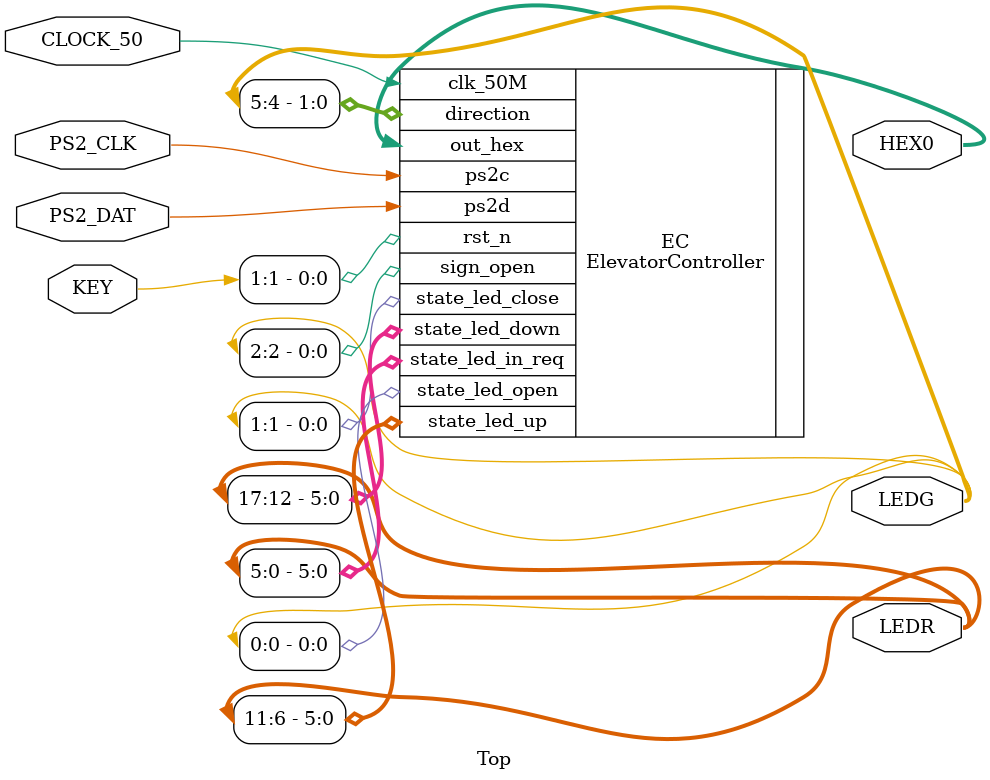
<source format=v>
module Top(
	input PS2_DAT, PS2_CLK,
	input CLOCK_50, 
	input [3:0] KEY,
	output  [6:0] HEX0,
	output [17:0] LEDR,
	output [7:0] LEDG
);
	ElevatorController EC(
	.out_hex(HEX0),
	.state_led_in_req(LEDR [5:0]), 
	.state_led_up(LEDR [11:6]), 
	.state_led_down(LEDR [17:12]),
	.state_led_open(LEDG[0]),
	.state_led_close(LEDG[1]),
	.direction(LEDG[5:4]),
	.sign_open(LEDG[2]),
	.clk_50M(CLOCK_50), 
	.rst_n(KEY[1]),
	.ps2d(PS2_DAT),
	.ps2c(PS2_CLK)
	);
endmodule
</source>
